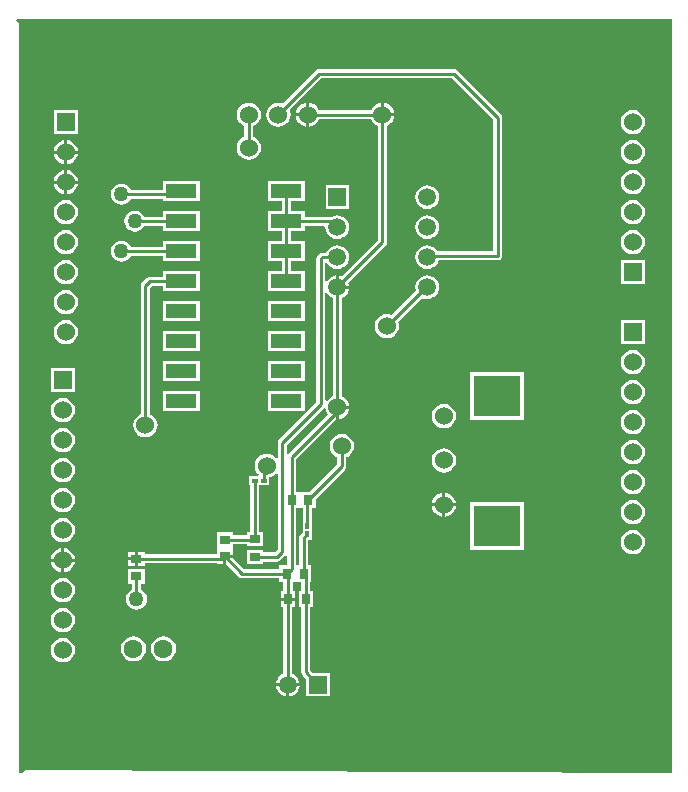
<source format=gtl>
G04 Layer_Physical_Order=1*
G04 Layer_Color=255*
%FSLAX25Y25*%
%MOIN*%
G70*
G01*
G75*
%ADD10R,0.03543X0.02756*%
%ADD11R,0.03543X0.03150*%
%ADD12R,0.03150X0.03543*%
%ADD13R,0.01969X0.01181*%
%ADD14R,0.01181X0.01969*%
%ADD15R,0.02756X0.03543*%
%ADD16R,0.10236X0.04724*%
%ADD17C,0.01000*%
%ADD18C,0.06000*%
%ADD19R,0.15748X0.13780*%
%ADD20C,0.06000*%
%ADD21C,0.05906*%
%ADD22R,0.05906X0.05906*%
%ADD23C,0.06299*%
%ADD24R,0.06000X0.06000*%
%ADD25C,0.05000*%
G36*
X320500Y248502D02*
X320499Y248376D01*
X320343Y248003D01*
X105000Y249000D01*
X104000Y248000D01*
X103000D01*
Y498000D01*
X102000Y499000D01*
X102500Y499500D01*
X320500D01*
Y248502D01*
D02*
G37*
%LPC*%
G36*
X244500Y356271D02*
X243456Y356133D01*
X242483Y355730D01*
X241647Y355089D01*
X241006Y354254D01*
X240603Y353280D01*
X240465Y352236D01*
X240603Y351192D01*
X241006Y350219D01*
X241647Y349383D01*
X242483Y348742D01*
X243456Y348339D01*
X244500Y348202D01*
X245544Y348339D01*
X246517Y348742D01*
X247353Y349383D01*
X247994Y350219D01*
X248397Y351192D01*
X248534Y352236D01*
X248397Y353280D01*
X247994Y354254D01*
X247353Y355089D01*
X246517Y355730D01*
X245544Y356133D01*
X244500Y356271D01*
D02*
G37*
G36*
X117500Y353034D02*
X116456Y352897D01*
X115483Y352494D01*
X114647Y351853D01*
X114006Y351017D01*
X113603Y350044D01*
X113465Y349000D01*
X113603Y347956D01*
X114006Y346983D01*
X114647Y346147D01*
X115483Y345506D01*
X116456Y345103D01*
X117500Y344966D01*
X118544Y345103D01*
X119517Y345506D01*
X120353Y346147D01*
X120994Y346983D01*
X121397Y347956D01*
X121535Y349000D01*
X121397Y350044D01*
X120994Y351017D01*
X120353Y351853D01*
X119517Y352494D01*
X118544Y352897D01*
X117500Y353034D01*
D02*
G37*
G36*
X307500Y359034D02*
X306456Y358897D01*
X305483Y358494D01*
X304647Y357853D01*
X304006Y357017D01*
X303603Y356044D01*
X303466Y355000D01*
X303603Y353956D01*
X304006Y352983D01*
X304647Y352147D01*
X305483Y351506D01*
X306456Y351103D01*
X307500Y350965D01*
X308544Y351103D01*
X309517Y351506D01*
X310353Y352147D01*
X310994Y352983D01*
X311397Y353956D01*
X311535Y355000D01*
X311397Y356044D01*
X310994Y357017D01*
X310353Y357853D01*
X309517Y358494D01*
X308544Y358897D01*
X307500Y359034D01*
D02*
G37*
G36*
Y369035D02*
X306456Y368897D01*
X305483Y368494D01*
X304647Y367853D01*
X304006Y367017D01*
X303603Y366044D01*
X303466Y365000D01*
X303603Y363956D01*
X304006Y362983D01*
X304647Y362147D01*
X305483Y361506D01*
X306456Y361103D01*
X307500Y360965D01*
X308544Y361103D01*
X309517Y361506D01*
X310353Y362147D01*
X310994Y362983D01*
X311397Y363956D01*
X311535Y365000D01*
X311397Y366044D01*
X310994Y367017D01*
X310353Y367853D01*
X309517Y368494D01*
X308544Y368897D01*
X307500Y369035D01*
D02*
G37*
G36*
X117500Y363035D02*
X116456Y362897D01*
X115483Y362494D01*
X114647Y361853D01*
X114006Y361017D01*
X113603Y360044D01*
X113465Y359000D01*
X113603Y357956D01*
X114006Y356983D01*
X114647Y356147D01*
X115483Y355506D01*
X116456Y355103D01*
X117500Y354965D01*
X118544Y355103D01*
X119517Y355506D01*
X120353Y356147D01*
X120994Y356983D01*
X121397Y357956D01*
X121535Y359000D01*
X121397Y360044D01*
X120994Y361017D01*
X120353Y361853D01*
X119517Y362494D01*
X118544Y362897D01*
X117500Y363035D01*
D02*
G37*
G36*
Y343035D02*
X116456Y342897D01*
X115483Y342494D01*
X114647Y341853D01*
X114006Y341017D01*
X113603Y340044D01*
X113465Y339000D01*
X113603Y337956D01*
X114006Y336983D01*
X114647Y336147D01*
X115483Y335506D01*
X116456Y335103D01*
X117500Y334965D01*
X118544Y335103D01*
X119517Y335506D01*
X120353Y336147D01*
X120994Y336983D01*
X121397Y337956D01*
X121535Y339000D01*
X121397Y340044D01*
X120994Y341017D01*
X120353Y341853D01*
X119517Y342494D01*
X118544Y342897D01*
X117500Y343035D01*
D02*
G37*
G36*
X248469Y336972D02*
X245000D01*
Y333504D01*
X245544Y333575D01*
X246517Y333978D01*
X247353Y334620D01*
X247994Y335455D01*
X248397Y336428D01*
X248469Y336972D01*
D02*
G37*
G36*
X244000Y341441D02*
X243456Y341370D01*
X242483Y340966D01*
X241647Y340325D01*
X241006Y339490D01*
X240603Y338517D01*
X240531Y337972D01*
X244000D01*
Y341441D01*
D02*
G37*
G36*
X307500Y349035D02*
X306456Y348897D01*
X305483Y348494D01*
X304647Y347853D01*
X304006Y347017D01*
X303603Y346044D01*
X303466Y345000D01*
X303603Y343956D01*
X304006Y342983D01*
X304647Y342147D01*
X305483Y341506D01*
X306456Y341103D01*
X307500Y340966D01*
X308544Y341103D01*
X309517Y341506D01*
X310353Y342147D01*
X310994Y342983D01*
X311397Y343956D01*
X311535Y345000D01*
X311397Y346044D01*
X310994Y347017D01*
X310353Y347853D01*
X309517Y348494D01*
X308544Y348897D01*
X307500Y349035D01*
D02*
G37*
G36*
X245000Y341441D02*
Y337972D01*
X248469D01*
X248397Y338517D01*
X247994Y339490D01*
X247353Y340325D01*
X246517Y340966D01*
X245544Y341370D01*
X245000Y341441D01*
D02*
G37*
G36*
X307500Y379034D02*
X306456Y378897D01*
X305483Y378494D01*
X304647Y377853D01*
X304006Y377017D01*
X303603Y376044D01*
X303466Y375000D01*
X303603Y373956D01*
X304006Y372983D01*
X304647Y372147D01*
X305483Y371506D01*
X306456Y371103D01*
X307500Y370966D01*
X308544Y371103D01*
X309517Y371506D01*
X310353Y372147D01*
X310994Y372983D01*
X311397Y373956D01*
X311535Y375000D01*
X311397Y376044D01*
X310994Y377017D01*
X310353Y377853D01*
X309517Y378494D01*
X308544Y378897D01*
X307500Y379034D01*
D02*
G37*
G36*
X198138Y375362D02*
X185902D01*
Y368638D01*
X198138D01*
Y375362D01*
D02*
G37*
G36*
X121500Y383000D02*
X113500D01*
Y375000D01*
X121500D01*
Y383000D01*
D02*
G37*
G36*
X198138Y385362D02*
X185902D01*
Y378638D01*
X198138D01*
Y385362D01*
D02*
G37*
G36*
X163098D02*
X150862D01*
Y378638D01*
X163098D01*
Y385362D01*
D02*
G37*
G36*
X117500Y373035D02*
X116456Y372897D01*
X115483Y372494D01*
X114647Y371853D01*
X114006Y371017D01*
X113603Y370044D01*
X113465Y369000D01*
X113603Y367956D01*
X114006Y366983D01*
X114647Y366147D01*
X115483Y365506D01*
X116456Y365103D01*
X117500Y364966D01*
X118544Y365103D01*
X119517Y365506D01*
X120353Y366147D01*
X120994Y366983D01*
X121397Y367956D01*
X121535Y369000D01*
X121397Y370044D01*
X120994Y371017D01*
X120353Y371853D01*
X119517Y372494D01*
X118544Y372897D01*
X117500Y373035D01*
D02*
G37*
G36*
X244500Y371035D02*
X243456Y370897D01*
X242483Y370494D01*
X241647Y369853D01*
X241006Y369017D01*
X240603Y368044D01*
X240465Y367000D01*
X240603Y365956D01*
X241006Y364983D01*
X241647Y364147D01*
X242483Y363506D01*
X243456Y363103D01*
X244500Y362965D01*
X245544Y363103D01*
X246517Y363506D01*
X247353Y364147D01*
X247994Y364983D01*
X248397Y365956D01*
X248534Y367000D01*
X248397Y368044D01*
X247994Y369017D01*
X247353Y369853D01*
X246517Y370494D01*
X245544Y370897D01*
X244500Y371035D01*
D02*
G37*
G36*
X271091Y381583D02*
X253343D01*
Y365803D01*
X271091D01*
Y381583D01*
D02*
G37*
G36*
X163098Y375362D02*
X150862D01*
Y368638D01*
X163098D01*
Y375362D01*
D02*
G37*
G36*
X212969Y369500D02*
X209500D01*
Y366031D01*
X210044Y366103D01*
X211017Y366506D01*
X211853Y367147D01*
X212494Y367983D01*
X212897Y368956D01*
X212969Y369500D01*
D02*
G37*
G36*
X117500Y303034D02*
X116456Y302897D01*
X115483Y302494D01*
X114647Y301853D01*
X114006Y301017D01*
X113603Y300044D01*
X113465Y299000D01*
X113603Y297956D01*
X114006Y296983D01*
X114647Y296147D01*
X115483Y295506D01*
X116456Y295103D01*
X117500Y294966D01*
X118544Y295103D01*
X119517Y295506D01*
X120353Y296147D01*
X120994Y296983D01*
X121397Y297956D01*
X121535Y299000D01*
X121397Y300044D01*
X120994Y301017D01*
X120353Y301853D01*
X119517Y302494D01*
X118544Y302897D01*
X117500Y303034D01*
D02*
G37*
G36*
X151000Y293685D02*
X149917Y293543D01*
X148907Y293125D01*
X148040Y292460D01*
X147375Y291593D01*
X146957Y290583D01*
X146815Y289500D01*
X146957Y288417D01*
X147375Y287407D01*
X148040Y286541D01*
X148907Y285875D01*
X149917Y285457D01*
X151000Y285315D01*
X152083Y285457D01*
X153093Y285875D01*
X153960Y286541D01*
X154625Y287407D01*
X155043Y288417D01*
X155185Y289500D01*
X155043Y290583D01*
X154625Y291593D01*
X153960Y292460D01*
X153093Y293125D01*
X152083Y293543D01*
X151000Y293685D01*
D02*
G37*
G36*
X144772Y315925D02*
X139228D01*
Y311169D01*
X140471D01*
Y309155D01*
X140235Y309057D01*
X139504Y308496D01*
X138943Y307765D01*
X138590Y306914D01*
X138470Y306000D01*
X138590Y305086D01*
X138943Y304235D01*
X139504Y303504D01*
X140235Y302943D01*
X141086Y302590D01*
X142000Y302470D01*
X142914Y302590D01*
X143765Y302943D01*
X144496Y303504D01*
X145057Y304235D01*
X145410Y305086D01*
X145530Y306000D01*
X145410Y306914D01*
X145057Y307765D01*
X144496Y308496D01*
X143765Y309057D01*
X143529Y309155D01*
Y311169D01*
X144772D01*
Y315925D01*
D02*
G37*
G36*
X117000Y318500D02*
X113531D01*
X113603Y317956D01*
X114006Y316983D01*
X114647Y316147D01*
X115483Y315506D01*
X116456Y315103D01*
X117000Y315031D01*
Y318500D01*
D02*
G37*
G36*
X117500Y313035D02*
X116456Y312897D01*
X115483Y312494D01*
X114647Y311853D01*
X114006Y311017D01*
X113603Y310044D01*
X113465Y309000D01*
X113603Y307956D01*
X114006Y306983D01*
X114647Y306147D01*
X115483Y305506D01*
X116456Y305103D01*
X117500Y304965D01*
X118544Y305103D01*
X119517Y305506D01*
X120353Y306147D01*
X120994Y306983D01*
X121397Y307956D01*
X121535Y309000D01*
X121397Y310044D01*
X120994Y311017D01*
X120353Y311853D01*
X119517Y312494D01*
X118544Y312897D01*
X117500Y313035D01*
D02*
G37*
G36*
X196421Y277000D02*
X193000D01*
Y273579D01*
X193532Y273649D01*
X194493Y274047D01*
X195319Y274681D01*
X195953Y275507D01*
X196351Y276468D01*
X196421Y277000D01*
D02*
G37*
G36*
X192000D02*
X188579D01*
X188649Y276468D01*
X189047Y275507D01*
X189681Y274681D01*
X190507Y274047D01*
X191468Y273649D01*
X192000Y273579D01*
Y277000D01*
D02*
G37*
G36*
X194925Y305500D02*
X190169D01*
Y303228D01*
X190971D01*
Y281145D01*
X190507Y280953D01*
X189681Y280319D01*
X189047Y279493D01*
X188649Y278532D01*
X188579Y278000D01*
X196421D01*
X196351Y278532D01*
X195953Y279493D01*
X195319Y280319D01*
X194493Y280953D01*
X194029Y281145D01*
Y303228D01*
X194925D01*
Y305500D01*
D02*
G37*
G36*
X141000Y293685D02*
X139917Y293543D01*
X138907Y293125D01*
X138040Y292460D01*
X137375Y291593D01*
X136957Y290583D01*
X136815Y289500D01*
X136957Y288417D01*
X137375Y287407D01*
X138040Y286541D01*
X138907Y285875D01*
X139917Y285457D01*
X141000Y285315D01*
X142083Y285457D01*
X143093Y285875D01*
X143959Y286541D01*
X144625Y287407D01*
X145043Y288417D01*
X145185Y289500D01*
X145043Y290583D01*
X144625Y291593D01*
X143959Y292460D01*
X143093Y293125D01*
X142083Y293543D01*
X141000Y293685D01*
D02*
G37*
G36*
X117500Y293035D02*
X116456Y292897D01*
X115483Y292494D01*
X114647Y291853D01*
X114006Y291017D01*
X113603Y290044D01*
X113465Y289000D01*
X113603Y287956D01*
X114006Y286983D01*
X114647Y286147D01*
X115483Y285506D01*
X116456Y285103D01*
X117500Y284965D01*
X118544Y285103D01*
X119517Y285506D01*
X120353Y286147D01*
X120994Y286983D01*
X121397Y287956D01*
X121535Y289000D01*
X121397Y290044D01*
X120994Y291017D01*
X120353Y291853D01*
X119517Y292494D01*
X118544Y292897D01*
X117500Y293035D01*
D02*
G37*
G36*
X271091Y338276D02*
X253343D01*
Y322496D01*
X271091D01*
Y338276D01*
D02*
G37*
G36*
X307500Y329034D02*
X306456Y328897D01*
X305483Y328494D01*
X304647Y327853D01*
X304006Y327017D01*
X303603Y326044D01*
X303466Y325000D01*
X303603Y323956D01*
X304006Y322983D01*
X304647Y322147D01*
X305483Y321506D01*
X306456Y321103D01*
X307500Y320966D01*
X308544Y321103D01*
X309517Y321506D01*
X310353Y322147D01*
X310994Y322983D01*
X311397Y323956D01*
X311535Y325000D01*
X311397Y326044D01*
X310994Y327017D01*
X310353Y327853D01*
X309517Y328494D01*
X308544Y328897D01*
X307500Y329034D01*
D02*
G37*
G36*
X117500Y333034D02*
X116456Y332897D01*
X115483Y332494D01*
X114647Y331853D01*
X114006Y331017D01*
X113603Y330044D01*
X113465Y329000D01*
X113603Y327956D01*
X114006Y326983D01*
X114647Y326147D01*
X115483Y325506D01*
X116456Y325103D01*
X117500Y324966D01*
X118544Y325103D01*
X119517Y325506D01*
X120353Y326147D01*
X120994Y326983D01*
X121397Y327956D01*
X121535Y329000D01*
X121397Y330044D01*
X120994Y331017D01*
X120353Y331853D01*
X119517Y332494D01*
X118544Y332897D01*
X117500Y333034D01*
D02*
G37*
G36*
X244000Y336972D02*
X240531D01*
X240603Y336428D01*
X241006Y335455D01*
X241647Y334620D01*
X242483Y333978D01*
X243456Y333575D01*
X244000Y333504D01*
Y336972D01*
D02*
G37*
G36*
X307500Y339035D02*
X306456Y338897D01*
X305483Y338494D01*
X304647Y337853D01*
X304006Y337017D01*
X303603Y336044D01*
X303466Y335000D01*
X303603Y333956D01*
X304006Y332983D01*
X304647Y332147D01*
X305483Y331506D01*
X306456Y331103D01*
X307500Y330965D01*
X308544Y331103D01*
X309517Y331506D01*
X310353Y332147D01*
X310994Y332983D01*
X311397Y333956D01*
X311535Y335000D01*
X311397Y336044D01*
X310994Y337017D01*
X310353Y337853D01*
X309517Y338494D01*
X308544Y338897D01*
X307500Y339035D01*
D02*
G37*
G36*
X141500Y318953D02*
X139228D01*
Y317075D01*
X141500D01*
Y318953D01*
D02*
G37*
G36*
X121469Y318500D02*
X118000D01*
Y315031D01*
X118544Y315103D01*
X119517Y315506D01*
X120353Y316147D01*
X120994Y316983D01*
X121397Y317956D01*
X121469Y318500D01*
D02*
G37*
G36*
X117000Y322969D02*
X116456Y322897D01*
X115483Y322494D01*
X114647Y321853D01*
X114006Y321017D01*
X113603Y320044D01*
X113531Y319500D01*
X117000D01*
Y322969D01*
D02*
G37*
G36*
X141500Y321831D02*
X139228D01*
Y319953D01*
X141500D01*
Y321831D01*
D02*
G37*
G36*
X118000Y322969D02*
Y319500D01*
X121469D01*
X121397Y320044D01*
X120994Y321017D01*
X120353Y321853D01*
X119517Y322494D01*
X118544Y322897D01*
X118000Y322969D01*
D02*
G37*
G36*
X307500Y389035D02*
X306456Y388897D01*
X305483Y388494D01*
X304647Y387853D01*
X304006Y387017D01*
X303603Y386044D01*
X303466Y385000D01*
X303603Y383956D01*
X304006Y382983D01*
X304647Y382147D01*
X305483Y381506D01*
X306456Y381103D01*
X307500Y380965D01*
X308544Y381103D01*
X309517Y381506D01*
X310353Y382147D01*
X310994Y382983D01*
X311397Y383956D01*
X311535Y385000D01*
X311397Y386044D01*
X310994Y387017D01*
X310353Y387853D01*
X309517Y388494D01*
X308544Y388897D01*
X307500Y389035D01*
D02*
G37*
G36*
X163098Y445362D02*
X150862D01*
Y442529D01*
X140155D01*
X140057Y442765D01*
X139496Y443496D01*
X138765Y444057D01*
X137914Y444410D01*
X137000Y444530D01*
X136086Y444410D01*
X135235Y444057D01*
X134504Y443496D01*
X133943Y442765D01*
X133590Y441914D01*
X133470Y441000D01*
X133590Y440086D01*
X133943Y439235D01*
X134504Y438504D01*
X135235Y437943D01*
X136086Y437590D01*
X137000Y437470D01*
X137914Y437590D01*
X138765Y437943D01*
X139496Y438504D01*
X140057Y439235D01*
X140155Y439471D01*
X150862D01*
Y438638D01*
X163098D01*
Y445362D01*
D02*
G37*
G36*
X122469Y444500D02*
X119000D01*
Y441031D01*
X119544Y441103D01*
X120517Y441506D01*
X121353Y442147D01*
X121994Y442983D01*
X122397Y443956D01*
X122469Y444500D01*
D02*
G37*
G36*
X118000Y448969D02*
X117456Y448897D01*
X116483Y448494D01*
X115647Y447853D01*
X115006Y447017D01*
X114603Y446044D01*
X114531Y445500D01*
X118000D01*
Y448969D01*
D02*
G37*
G36*
X307500Y459034D02*
X306456Y458897D01*
X305483Y458494D01*
X304647Y457853D01*
X304006Y457017D01*
X303603Y456044D01*
X303466Y455000D01*
X303603Y453956D01*
X304006Y452983D01*
X304647Y452147D01*
X305483Y451506D01*
X306456Y451103D01*
X307500Y450965D01*
X308544Y451103D01*
X309517Y451506D01*
X310353Y452147D01*
X310994Y452983D01*
X311397Y453956D01*
X311535Y455000D01*
X311397Y456044D01*
X310994Y457017D01*
X310353Y457853D01*
X309517Y458494D01*
X308544Y458897D01*
X307500Y459034D01*
D02*
G37*
G36*
X119000Y448969D02*
Y445500D01*
X122469D01*
X122397Y446044D01*
X121994Y447017D01*
X121353Y447853D01*
X120517Y448494D01*
X119544Y448897D01*
X119000Y448969D01*
D02*
G37*
G36*
X118000Y444500D02*
X114531D01*
X114603Y443956D01*
X115006Y442983D01*
X115647Y442147D01*
X116483Y441506D01*
X117456Y441103D01*
X118000Y441031D01*
Y444500D01*
D02*
G37*
G36*
X307500Y439035D02*
X306456Y438897D01*
X305483Y438494D01*
X304647Y437853D01*
X304006Y437017D01*
X303603Y436044D01*
X303466Y435000D01*
X303603Y433956D01*
X304006Y432983D01*
X304647Y432147D01*
X305483Y431506D01*
X306456Y431103D01*
X307500Y430966D01*
X308544Y431103D01*
X309517Y431506D01*
X310353Y432147D01*
X310994Y432983D01*
X311397Y433956D01*
X311535Y435000D01*
X311397Y436044D01*
X310994Y437017D01*
X310353Y437853D01*
X309517Y438494D01*
X308544Y438897D01*
X307500Y439035D01*
D02*
G37*
G36*
X118500D02*
X117456Y438897D01*
X116483Y438494D01*
X115647Y437853D01*
X115006Y437017D01*
X114603Y436044D01*
X114465Y435000D01*
X114603Y433956D01*
X115006Y432983D01*
X115647Y432147D01*
X116483Y431506D01*
X117456Y431103D01*
X118500Y430966D01*
X119544Y431103D01*
X120517Y431506D01*
X121353Y432147D01*
X121994Y432983D01*
X122397Y433956D01*
X122535Y435000D01*
X122397Y436044D01*
X121994Y437017D01*
X121353Y437853D01*
X120517Y438494D01*
X119544Y438897D01*
X118500Y439035D01*
D02*
G37*
G36*
X239000Y443987D02*
X237968Y443851D01*
X237007Y443453D01*
X236181Y442819D01*
X235547Y441993D01*
X235149Y441032D01*
X235013Y440000D01*
X235149Y438968D01*
X235547Y438007D01*
X236181Y437181D01*
X237007Y436547D01*
X237968Y436149D01*
X239000Y436013D01*
X240032Y436149D01*
X240993Y436547D01*
X241819Y437181D01*
X242453Y438007D01*
X242851Y438968D01*
X242987Y440000D01*
X242851Y441032D01*
X242453Y441993D01*
X241819Y442819D01*
X240993Y443453D01*
X240032Y443851D01*
X239000Y443987D01*
D02*
G37*
G36*
X307500Y449035D02*
X306456Y448897D01*
X305483Y448494D01*
X304647Y447853D01*
X304006Y447017D01*
X303603Y446044D01*
X303466Y445000D01*
X303603Y443956D01*
X304006Y442983D01*
X304647Y442147D01*
X305483Y441506D01*
X306456Y441103D01*
X307500Y440966D01*
X308544Y441103D01*
X309517Y441506D01*
X310353Y442147D01*
X310994Y442983D01*
X311397Y443956D01*
X311535Y445000D01*
X311397Y446044D01*
X310994Y447017D01*
X310353Y447853D01*
X309517Y448494D01*
X308544Y448897D01*
X307500Y449035D01*
D02*
G37*
G36*
X212953Y443953D02*
X205047D01*
Y436047D01*
X212953D01*
Y443953D01*
D02*
G37*
G36*
X198685Y467000D02*
X195216D01*
X195288Y466456D01*
X195691Y465483D01*
X196332Y464647D01*
X197168Y464006D01*
X198141Y463603D01*
X198685Y463531D01*
Y467000D01*
D02*
G37*
G36*
X122500Y469000D02*
X114500D01*
Y461000D01*
X122500D01*
Y469000D01*
D02*
G37*
G36*
X198685Y471469D02*
X198141Y471397D01*
X197168Y470994D01*
X196332Y470353D01*
X195691Y469517D01*
X195288Y468544D01*
X195216Y468000D01*
X198685D01*
Y471469D01*
D02*
G37*
G36*
X223500D02*
X222956Y471397D01*
X221983Y470994D01*
X221147Y470353D01*
X220506Y469517D01*
X220304Y469029D01*
X202881D01*
X202679Y469517D01*
X202038Y470353D01*
X201202Y470994D01*
X200229Y471397D01*
X199685Y471469D01*
Y467500D01*
Y463531D01*
X200229Y463603D01*
X201202Y464006D01*
X202038Y464647D01*
X202679Y465483D01*
X202881Y465971D01*
X220304D01*
X220506Y465483D01*
X221147Y464647D01*
X221983Y464006D01*
X222471Y463804D01*
Y425633D01*
X210496Y413659D01*
X210032Y413851D01*
X209500Y413921D01*
Y410500D01*
X212921D01*
X212851Y411032D01*
X212659Y411496D01*
X225081Y423919D01*
X225413Y424415D01*
X225529Y425000D01*
Y463804D01*
X226017Y464006D01*
X226853Y464647D01*
X227494Y465483D01*
X227897Y466456D01*
X227969Y467000D01*
X224000D01*
Y467500D01*
X223500D01*
Y471469D01*
D02*
G37*
G36*
X224500D02*
Y468000D01*
X227969D01*
X227897Y468544D01*
X227494Y469517D01*
X226853Y470353D01*
X226017Y470994D01*
X225044Y471397D01*
X224500Y471469D01*
D02*
G37*
G36*
X307500Y469034D02*
X306456Y468897D01*
X305483Y468494D01*
X304647Y467853D01*
X304006Y467017D01*
X303603Y466044D01*
X303466Y465000D01*
X303603Y463956D01*
X304006Y462983D01*
X304647Y462147D01*
X305483Y461506D01*
X306456Y461103D01*
X307500Y460965D01*
X308544Y461103D01*
X309517Y461506D01*
X310353Y462147D01*
X310994Y462983D01*
X311397Y463956D01*
X311535Y465000D01*
X311397Y466044D01*
X310994Y467017D01*
X310353Y467853D01*
X309517Y468494D01*
X308544Y468897D01*
X307500Y469034D01*
D02*
G37*
G36*
X122469Y454500D02*
X119000D01*
Y451031D01*
X119544Y451103D01*
X120517Y451506D01*
X121353Y452147D01*
X121994Y452983D01*
X122397Y453956D01*
X122469Y454500D01*
D02*
G37*
G36*
X118000D02*
X114531D01*
X114603Y453956D01*
X115006Y452983D01*
X115647Y452147D01*
X116483Y451506D01*
X117456Y451103D01*
X118000Y451031D01*
Y454500D01*
D02*
G37*
G36*
X179500Y471534D02*
X178456Y471397D01*
X177483Y470994D01*
X176647Y470353D01*
X176006Y469517D01*
X175603Y468544D01*
X175466Y467500D01*
X175603Y466456D01*
X176006Y465483D01*
X176647Y464647D01*
X177483Y464006D01*
X177971Y463804D01*
Y460196D01*
X177483Y459994D01*
X176647Y459353D01*
X176006Y458517D01*
X175603Y457544D01*
X175466Y456500D01*
X175603Y455456D01*
X176006Y454483D01*
X176647Y453647D01*
X177483Y453006D01*
X178456Y452603D01*
X179500Y452465D01*
X180544Y452603D01*
X181517Y453006D01*
X182353Y453647D01*
X182994Y454483D01*
X183397Y455456D01*
X183535Y456500D01*
X183397Y457544D01*
X182994Y458517D01*
X182353Y459353D01*
X181517Y459994D01*
X181029Y460196D01*
Y463804D01*
X181517Y464006D01*
X182353Y464647D01*
X182994Y465483D01*
X183397Y466456D01*
X183535Y467500D01*
X183397Y468544D01*
X182994Y469517D01*
X182353Y470353D01*
X181517Y470994D01*
X180544Y471397D01*
X179500Y471534D01*
D02*
G37*
G36*
X119000Y458969D02*
Y455500D01*
X122469D01*
X122397Y456044D01*
X121994Y457017D01*
X121353Y457853D01*
X120517Y458494D01*
X119544Y458897D01*
X119000Y458969D01*
D02*
G37*
G36*
X118000D02*
X117456Y458897D01*
X116483Y458494D01*
X115647Y457853D01*
X115006Y457017D01*
X114603Y456044D01*
X114531Y455500D01*
X118000D01*
Y458969D01*
D02*
G37*
G36*
X118500Y409034D02*
X117456Y408897D01*
X116483Y408494D01*
X115647Y407853D01*
X115006Y407017D01*
X114603Y406044D01*
X114465Y405000D01*
X114603Y403956D01*
X115006Y402983D01*
X115647Y402147D01*
X116483Y401506D01*
X117456Y401103D01*
X118500Y400965D01*
X119544Y401103D01*
X120517Y401506D01*
X121353Y402147D01*
X121994Y402983D01*
X122397Y403956D01*
X122535Y405000D01*
X122397Y406044D01*
X121994Y407017D01*
X121353Y407853D01*
X120517Y408494D01*
X119544Y408897D01*
X118500Y409034D01*
D02*
G37*
G36*
X198138Y405362D02*
X185902D01*
Y398638D01*
X198138D01*
Y405362D01*
D02*
G37*
G36*
X239000Y413987D02*
X237968Y413851D01*
X237007Y413453D01*
X236181Y412819D01*
X235547Y411993D01*
X235149Y411032D01*
X235013Y410000D01*
X235149Y408968D01*
X235195Y408858D01*
X227032Y400695D01*
X226544Y400897D01*
X225500Y401034D01*
X224456Y400897D01*
X223483Y400494D01*
X222647Y399853D01*
X222006Y399017D01*
X221603Y398044D01*
X221465Y397000D01*
X221603Y395956D01*
X222006Y394983D01*
X222647Y394147D01*
X223483Y393506D01*
X224456Y393103D01*
X225500Y392966D01*
X226544Y393103D01*
X227517Y393506D01*
X228353Y394147D01*
X228994Y394983D01*
X229397Y395956D01*
X229535Y397000D01*
X229397Y398044D01*
X229195Y398532D01*
X237151Y406488D01*
X237968Y406149D01*
X239000Y406013D01*
X240032Y406149D01*
X240993Y406547D01*
X241819Y407181D01*
X242453Y408007D01*
X242851Y408968D01*
X242987Y410000D01*
X242851Y411032D01*
X242453Y411993D01*
X241819Y412819D01*
X240993Y413453D01*
X240032Y413851D01*
X239000Y413987D01*
D02*
G37*
G36*
X118500Y419034D02*
X117456Y418897D01*
X116483Y418494D01*
X115647Y417853D01*
X115006Y417017D01*
X114603Y416044D01*
X114465Y415000D01*
X114603Y413956D01*
X115006Y412983D01*
X115647Y412147D01*
X116483Y411506D01*
X117456Y411103D01*
X118500Y410965D01*
X119544Y411103D01*
X120517Y411506D01*
X121353Y412147D01*
X121994Y412983D01*
X122397Y413956D01*
X122535Y415000D01*
X122397Y416044D01*
X121994Y417017D01*
X121353Y417853D01*
X120517Y418494D01*
X119544Y418897D01*
X118500Y419034D01*
D02*
G37*
G36*
X163098Y415362D02*
X150862D01*
Y413529D01*
X146500D01*
X145915Y413413D01*
X145419Y413081D01*
X143919Y411581D01*
X143587Y411085D01*
X143471Y410500D01*
Y367696D01*
X142983Y367494D01*
X142147Y366853D01*
X141506Y366017D01*
X141103Y365044D01*
X140965Y364000D01*
X141103Y362956D01*
X141506Y361983D01*
X142147Y361147D01*
X142983Y360506D01*
X143956Y360103D01*
X145000Y359965D01*
X146044Y360103D01*
X147017Y360506D01*
X147853Y361147D01*
X148494Y361983D01*
X148897Y362956D01*
X149035Y364000D01*
X148897Y365044D01*
X148494Y366017D01*
X147853Y366853D01*
X147017Y367494D01*
X146529Y367696D01*
Y409867D01*
X147134Y410471D01*
X150862D01*
Y408638D01*
X163098D01*
Y415362D01*
D02*
G37*
G36*
X198138Y395362D02*
X185902D01*
Y388638D01*
X198138D01*
Y395362D01*
D02*
G37*
G36*
X163098D02*
X150862D01*
Y388638D01*
X163098D01*
Y395362D01*
D02*
G37*
G36*
X118500Y399035D02*
X117456Y398897D01*
X116483Y398494D01*
X115647Y397853D01*
X115006Y397017D01*
X114603Y396044D01*
X114465Y395000D01*
X114603Y393956D01*
X115006Y392983D01*
X115647Y392147D01*
X116483Y391506D01*
X117456Y391103D01*
X118500Y390966D01*
X119544Y391103D01*
X120517Y391506D01*
X121353Y392147D01*
X121994Y392983D01*
X122397Y393956D01*
X122535Y395000D01*
X122397Y396044D01*
X121994Y397017D01*
X121353Y397853D01*
X120517Y398494D01*
X119544Y398897D01*
X118500Y399035D01*
D02*
G37*
G36*
X163098Y405362D02*
X150862D01*
Y398638D01*
X163098D01*
Y405362D01*
D02*
G37*
G36*
X311500Y399000D02*
X303500D01*
Y391000D01*
X311500D01*
Y399000D01*
D02*
G37*
G36*
Y419000D02*
X303500D01*
Y411000D01*
X311500D01*
Y419000D01*
D02*
G37*
G36*
X198138Y445362D02*
X185902D01*
Y438638D01*
X190490D01*
Y435362D01*
X185902D01*
Y428638D01*
X190490D01*
Y425362D01*
X185902D01*
Y418638D01*
X190490D01*
Y415362D01*
X185902D01*
Y408638D01*
X198138D01*
Y415362D01*
X193549D01*
Y418638D01*
X198138D01*
Y425362D01*
X193549D01*
Y428638D01*
X198138D01*
Y430471D01*
X204696D01*
X205026Y430095D01*
X205013Y430000D01*
X205149Y428968D01*
X205547Y428007D01*
X206181Y427181D01*
X207007Y426547D01*
X207968Y426149D01*
X209000Y426013D01*
X210032Y426149D01*
X210993Y426547D01*
X211819Y427181D01*
X212453Y428007D01*
X212851Y428968D01*
X212987Y430000D01*
X212851Y431032D01*
X212453Y431993D01*
X211819Y432819D01*
X210993Y433453D01*
X210032Y433851D01*
X209000Y433987D01*
X207968Y433851D01*
X207130Y433504D01*
X207000Y433529D01*
X198138D01*
Y435362D01*
X193549D01*
Y438638D01*
X198138D01*
Y445362D01*
D02*
G37*
G36*
X247843Y482687D02*
X203000D01*
X202415Y482570D01*
X201919Y482239D01*
X190875Y471195D01*
X190387Y471397D01*
X189342Y471534D01*
X188298Y471397D01*
X187325Y470994D01*
X186490Y470353D01*
X185848Y469517D01*
X185445Y468544D01*
X185308Y467500D01*
X185445Y466456D01*
X185848Y465483D01*
X186490Y464647D01*
X187325Y464006D01*
X188298Y463603D01*
X189342Y463465D01*
X190387Y463603D01*
X191360Y464006D01*
X192195Y464647D01*
X192836Y465483D01*
X193240Y466456D01*
X193377Y467500D01*
X193240Y468544D01*
X193037Y469032D01*
X203633Y479628D01*
X247209D01*
X260971Y465867D01*
Y422029D01*
X242425D01*
X241819Y422819D01*
X240993Y423453D01*
X240032Y423851D01*
X239000Y423987D01*
X237968Y423851D01*
X237007Y423453D01*
X236181Y422819D01*
X235547Y421993D01*
X235149Y421032D01*
X235013Y420000D01*
X235149Y418968D01*
X235547Y418007D01*
X236181Y417181D01*
X237007Y416547D01*
X237968Y416149D01*
X239000Y416013D01*
X240032Y416149D01*
X240993Y416547D01*
X241819Y417181D01*
X242453Y418007D01*
X242851Y418968D01*
X242851Y418971D01*
X262500D01*
X263085Y419087D01*
X263581Y419419D01*
X263913Y419915D01*
X264029Y420500D01*
Y466500D01*
X263913Y467085D01*
X263581Y467581D01*
X248924Y482239D01*
X248428Y482570D01*
X247843Y482687D01*
D02*
G37*
G36*
X141500Y435530D02*
X140586Y435410D01*
X139735Y435057D01*
X139004Y434496D01*
X138443Y433765D01*
X138090Y432914D01*
X137970Y432000D01*
X138090Y431086D01*
X138443Y430235D01*
X139004Y429504D01*
X139735Y428943D01*
X140586Y428590D01*
X141500Y428470D01*
X142414Y428590D01*
X143265Y428943D01*
X143996Y429504D01*
X144557Y430235D01*
X144655Y430471D01*
X150862D01*
Y428638D01*
X163098D01*
Y435362D01*
X150862D01*
Y433529D01*
X144655D01*
X144557Y433765D01*
X143996Y434496D01*
X143265Y435057D01*
X142414Y435410D01*
X141500Y435530D01*
D02*
G37*
G36*
X239000Y433987D02*
X237968Y433851D01*
X237007Y433453D01*
X236181Y432819D01*
X235547Y431993D01*
X235149Y431032D01*
X235013Y430000D01*
X235149Y428968D01*
X235547Y428007D01*
X236181Y427181D01*
X237007Y426547D01*
X237968Y426149D01*
X239000Y426013D01*
X240032Y426149D01*
X240993Y426547D01*
X241819Y427181D01*
X242453Y428007D01*
X242851Y428968D01*
X242987Y430000D01*
X242851Y431032D01*
X242453Y431993D01*
X241819Y432819D01*
X240993Y433453D01*
X240032Y433851D01*
X239000Y433987D01*
D02*
G37*
G36*
X307500Y429035D02*
X306456Y428897D01*
X305483Y428494D01*
X304647Y427853D01*
X304006Y427017D01*
X303603Y426044D01*
X303466Y425000D01*
X303603Y423956D01*
X304006Y422983D01*
X304647Y422147D01*
X305483Y421506D01*
X306456Y421103D01*
X307500Y420965D01*
X308544Y421103D01*
X309517Y421506D01*
X310353Y422147D01*
X310994Y422983D01*
X311397Y423956D01*
X311535Y425000D01*
X311397Y426044D01*
X310994Y427017D01*
X310353Y427853D01*
X309517Y428494D01*
X308544Y428897D01*
X307500Y429035D01*
D02*
G37*
G36*
X209000Y423987D02*
X207968Y423851D01*
X207007Y423453D01*
X206181Y422819D01*
X205547Y421993D01*
X205355Y421529D01*
X204000D01*
X203415Y421413D01*
X202919Y421081D01*
X202419Y420581D01*
X202087Y420085D01*
X201971Y419500D01*
Y371634D01*
X189588Y359251D01*
X189256Y358755D01*
X189140Y358169D01*
Y353149D01*
X188640Y352979D01*
X188353Y353353D01*
X187517Y353994D01*
X186544Y354397D01*
X185500Y354535D01*
X184456Y354397D01*
X183483Y353994D01*
X182647Y353353D01*
X182006Y352517D01*
X181603Y351544D01*
X181465Y350500D01*
X181603Y349456D01*
X182006Y348483D01*
X182647Y347647D01*
X182721Y347591D01*
X182564Y347091D01*
X179638D01*
Y343910D01*
X179971D01*
Y328331D01*
X178728D01*
Y327285D01*
X174272D01*
Y328331D01*
X168728D01*
Y323181D01*
X168728D01*
Y322819D01*
X168728D01*
Y320982D01*
X144772D01*
Y321831D01*
X142500D01*
Y319453D01*
Y317075D01*
X144772D01*
Y317923D01*
X168728D01*
Y317669D01*
X171000D01*
Y320244D01*
X171500D01*
Y320744D01*
X174272D01*
Y322819D01*
X174272D01*
Y323181D01*
X174272D01*
Y324226D01*
X178728D01*
Y323575D01*
X184272D01*
Y328331D01*
X183029D01*
Y343910D01*
X186362D01*
Y346579D01*
X186544Y346603D01*
X187517Y347006D01*
X188353Y347647D01*
X188640Y348021D01*
X189140Y347851D01*
Y322397D01*
X188319Y321577D01*
X184272D01*
Y322425D01*
X178728D01*
Y317669D01*
X184272D01*
Y318518D01*
X188953D01*
X189538Y318634D01*
X190034Y318966D01*
X191715Y320646D01*
X191867Y320631D01*
X192215Y320477D01*
Y317272D01*
X189669D01*
Y316029D01*
X177878D01*
X174272Y319635D01*
Y319744D01*
X172000D01*
Y317581D01*
X176163Y313419D01*
X176659Y313087D01*
X177244Y312971D01*
X189669D01*
Y311728D01*
X191018D01*
Y308772D01*
X190169D01*
Y306500D01*
X194925D01*
Y308772D01*
X194077D01*
Y311728D01*
X194681D01*
X194819Y311728D01*
Y311728D01*
X195181D01*
X195181Y311728D01*
X196923D01*
Y308772D01*
X196075D01*
Y303228D01*
X196923D01*
Y281547D01*
X197040Y280962D01*
X197371Y280466D01*
X198547Y279290D01*
Y273547D01*
X206453D01*
Y281453D01*
X200710D01*
X199982Y282181D01*
Y303228D01*
X200831D01*
Y308772D01*
X199982D01*
Y311728D01*
X200331D01*
Y317272D01*
X199285D01*
Y325638D01*
X200591D01*
Y328394D01*
Y332362D01*
X200529D01*
Y336228D01*
X201831D01*
Y339412D01*
X211581Y349163D01*
X211913Y349659D01*
X212029Y350244D01*
Y353304D01*
X212517Y353506D01*
X213353Y354147D01*
X213994Y354983D01*
X214397Y355956D01*
X214534Y357000D01*
X214397Y358044D01*
X213994Y359017D01*
X213353Y359853D01*
X212517Y360494D01*
X211544Y360897D01*
X210500Y361034D01*
X209456Y360897D01*
X208483Y360494D01*
X207647Y359853D01*
X207006Y359017D01*
X206603Y358044D01*
X206466Y357000D01*
X206603Y355956D01*
X207006Y354983D01*
X207647Y354147D01*
X208483Y353506D01*
X208971Y353304D01*
Y350878D01*
X199865Y341772D01*
X196681D01*
Y341772D01*
X196319D01*
Y341772D01*
X195273D01*
Y352611D01*
X208500Y365837D01*
Y370000D01*
X209000D01*
Y370500D01*
X212969D01*
X212897Y371044D01*
X212494Y372017D01*
X211853Y372853D01*
X211017Y373494D01*
X210529Y373696D01*
Y406355D01*
X210993Y406547D01*
X211819Y407181D01*
X212453Y408007D01*
X212851Y408968D01*
X212921Y409500D01*
X209000D01*
Y410000D01*
X208500D01*
Y413921D01*
X207968Y413851D01*
X207007Y413453D01*
X206181Y412819D01*
X205547Y411993D01*
X205529Y411950D01*
X205029Y412050D01*
Y417950D01*
X205529Y418050D01*
X205547Y418007D01*
X206181Y417181D01*
X207007Y416547D01*
X207968Y416149D01*
X209000Y416013D01*
X210032Y416149D01*
X210993Y416547D01*
X211819Y417181D01*
X212453Y418007D01*
X212851Y418968D01*
X212987Y420000D01*
X212851Y421032D01*
X212453Y421993D01*
X211819Y422819D01*
X210993Y423453D01*
X210032Y423851D01*
X209000Y423987D01*
D02*
G37*
G36*
X137000Y425530D02*
X136086Y425410D01*
X135235Y425057D01*
X134504Y424496D01*
X133943Y423765D01*
X133590Y422914D01*
X133470Y422000D01*
X133590Y421086D01*
X133943Y420235D01*
X134504Y419504D01*
X135235Y418943D01*
X136086Y418590D01*
X137000Y418470D01*
X137914Y418590D01*
X138765Y418943D01*
X139496Y419504D01*
X140057Y420235D01*
X140155Y420471D01*
X150862D01*
Y418638D01*
X163098D01*
Y425362D01*
X150862D01*
Y423529D01*
X140155D01*
X140057Y423765D01*
X139496Y424496D01*
X138765Y425057D01*
X137914Y425410D01*
X137000Y425530D01*
D02*
G37*
G36*
X118500Y429035D02*
X117456Y428897D01*
X116483Y428494D01*
X115647Y427853D01*
X115006Y427017D01*
X114603Y426044D01*
X114465Y425000D01*
X114603Y423956D01*
X115006Y422983D01*
X115647Y422147D01*
X116483Y421506D01*
X117456Y421103D01*
X118500Y420965D01*
X119544Y421103D01*
X120517Y421506D01*
X121353Y422147D01*
X121994Y422983D01*
X122397Y423956D01*
X122535Y425000D01*
X122397Y426044D01*
X121994Y427017D01*
X121353Y427853D01*
X120517Y428494D01*
X119544Y428897D01*
X118500Y429035D01*
D02*
G37*
%LPD*%
G36*
X197471Y332362D02*
X197409D01*
Y328194D01*
X196675Y327459D01*
X196343Y326963D01*
X196227Y326378D01*
Y317272D01*
X195273D01*
Y336228D01*
X196319D01*
Y336228D01*
X196681D01*
Y336228D01*
X197471D01*
Y332362D01*
D02*
G37*
G36*
X205547Y408007D02*
X206181Y407181D01*
X207007Y406547D01*
X207471Y406355D01*
Y373696D01*
X206983Y373494D01*
X206147Y372853D01*
X205529Y372048D01*
X205476Y372045D01*
X205029Y372300D01*
Y407950D01*
X205529Y408050D01*
X205547Y408007D01*
D02*
G37*
G36*
X204857Y369753D02*
X205010Y369660D01*
X205103Y368956D01*
X205506Y367983D01*
X205859Y367522D01*
X192699Y354362D01*
X192546Y354377D01*
X192199Y354531D01*
Y357536D01*
X204485Y369822D01*
X204857Y369753D01*
D02*
G37*
D10*
X181500Y320047D02*
D03*
Y325953D02*
D03*
X142000Y313547D02*
D03*
Y319453D02*
D03*
D11*
X171500Y325756D02*
D03*
Y320244D02*
D03*
D12*
X197756Y314500D02*
D03*
X192244D02*
D03*
X199256Y339000D02*
D03*
X193744D02*
D03*
D13*
X184378Y345500D02*
D03*
X181622D02*
D03*
D14*
X199000Y327622D02*
D03*
Y330378D02*
D03*
D15*
X198453Y306000D02*
D03*
X192547D02*
D03*
D16*
X156980Y442000D02*
D03*
Y432000D02*
D03*
Y422000D02*
D03*
Y412000D02*
D03*
Y402000D02*
D03*
Y392000D02*
D03*
Y382000D02*
D03*
Y372000D02*
D03*
X192020D02*
D03*
Y382000D02*
D03*
Y392000D02*
D03*
Y402000D02*
D03*
Y412000D02*
D03*
Y422000D02*
D03*
Y432000D02*
D03*
Y442000D02*
D03*
D17*
X146500Y412000D02*
X156980D01*
X145000Y410500D02*
X146500Y412000D01*
X145000Y364000D02*
Y410500D01*
X199256Y339000D02*
X210500Y350244D01*
X199000Y338744D02*
X199256Y339000D01*
X210500Y350244D02*
Y357000D01*
X209000Y370000D02*
Y410000D01*
Y368500D02*
Y370000D01*
X184378Y345500D02*
Y349878D01*
X239000Y440000D02*
X239500Y440500D01*
X179500Y456500D02*
Y467500D01*
Y455000D02*
Y456500D01*
X239000Y420000D02*
X239500Y420500D01*
X262500D01*
Y466500D01*
X247843Y481157D02*
X262500Y466500D01*
X203000Y481157D02*
X247843D01*
X189342Y467500D02*
X203000Y481157D01*
X199185Y467500D02*
X224000D01*
Y425000D02*
Y467500D01*
X209000Y410000D02*
X224000Y425000D01*
X204000Y420000D02*
X209000D01*
X203500Y419500D02*
X204000Y420000D01*
X203500Y371000D02*
Y419500D01*
X190669Y358169D02*
X203500Y371000D01*
X190669Y321764D02*
Y358169D01*
X188953Y320047D02*
X190669Y321764D01*
X181500Y320047D02*
X188953D01*
X193744Y353244D02*
X209000Y368500D01*
X193744Y339000D02*
Y353244D01*
X181500Y345378D02*
X181622Y345500D01*
X181500Y325953D02*
Y345378D01*
X199000Y330378D02*
Y338744D01*
X197756Y326378D02*
X199000Y327622D01*
X197756Y314500D02*
Y326378D01*
X192547Y306000D02*
Y314803D01*
X192500Y305953D02*
X192547Y306000D01*
X192500Y277500D02*
Y305953D01*
X198453Y281547D02*
X202500Y277500D01*
X198453Y281547D02*
Y306000D01*
Y313803D01*
X192547Y314803D02*
X193744Y316000D01*
Y339000D01*
X171500Y325756D02*
X181303D01*
X192244Y314500D02*
X192244Y314500D01*
X177244Y314500D02*
X192244D01*
X171500Y320244D02*
X177244Y314500D01*
X142000Y319453D02*
X170709D01*
X207000Y432000D02*
X209000Y430000D01*
X192020Y432000D02*
X207000D01*
X192020Y412000D02*
Y422000D01*
Y432000D01*
Y442000D01*
X238500Y410000D02*
X239000D01*
X225500Y397000D02*
X238500Y410000D01*
X142000Y306000D02*
X142000Y306000D01*
Y313547D01*
X141500Y432000D02*
X156980D01*
X137000Y422000D02*
X156980D01*
X155980Y441000D02*
X156980Y442000D01*
X137000Y441000D02*
X155980D01*
D18*
X145000Y364000D02*
D03*
X210500Y357000D02*
D03*
X209000Y370000D02*
D03*
X185500Y350500D02*
D03*
X179500Y456500D02*
D03*
X224000Y467500D02*
D03*
X225500Y397000D02*
D03*
D19*
X262216Y373693D02*
D03*
Y330386D02*
D03*
D20*
X244500Y352236D02*
D03*
Y337472D02*
D03*
Y367000D02*
D03*
X199185Y467500D02*
D03*
X189342D02*
D03*
X179500D02*
D03*
X307500Y425000D02*
D03*
Y435000D02*
D03*
Y445000D02*
D03*
Y455000D02*
D03*
Y465000D02*
D03*
Y365000D02*
D03*
Y355000D02*
D03*
Y345000D02*
D03*
Y335000D02*
D03*
Y325000D02*
D03*
Y385000D02*
D03*
Y375000D02*
D03*
X118500Y435000D02*
D03*
Y425000D02*
D03*
Y415000D02*
D03*
Y405000D02*
D03*
Y395000D02*
D03*
Y455000D02*
D03*
Y445000D02*
D03*
X117500Y369000D02*
D03*
Y359000D02*
D03*
Y349000D02*
D03*
Y339000D02*
D03*
Y329000D02*
D03*
Y319000D02*
D03*
Y309000D02*
D03*
Y299000D02*
D03*
Y289000D02*
D03*
D21*
X192500Y277500D02*
D03*
X209000Y430000D02*
D03*
Y420000D02*
D03*
Y410000D02*
D03*
X239000Y440000D02*
D03*
Y430000D02*
D03*
Y420000D02*
D03*
Y410000D02*
D03*
D22*
X202500Y277500D02*
D03*
X209000Y440000D02*
D03*
D23*
X141000Y289500D02*
D03*
X151000D02*
D03*
D24*
X307500Y415000D02*
D03*
Y395000D02*
D03*
X118500Y465000D02*
D03*
X117500Y379000D02*
D03*
D25*
X142000Y306000D02*
D03*
X141500Y432000D02*
D03*
X137000Y422000D02*
D03*
Y441000D02*
D03*
M02*

</source>
